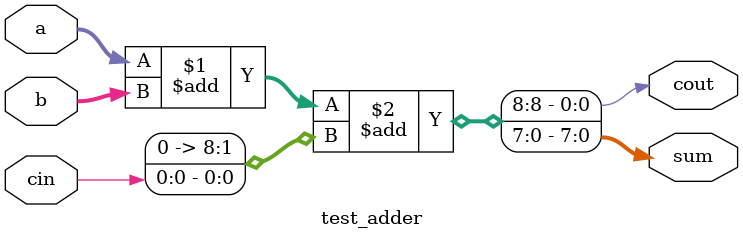
<source format=v>

module test_adder #(
    parameter WIDTH = 8
)(
    input  wire [WIDTH-1:0] a,
    input  wire [WIDTH-1:0] b,
    input  wire             cin,
    output wire [WIDTH-1:0] sum,
    output wire             cout
);

    assign {cout, sum} = a + b + {8'b0, cin};

endmodule

</source>
